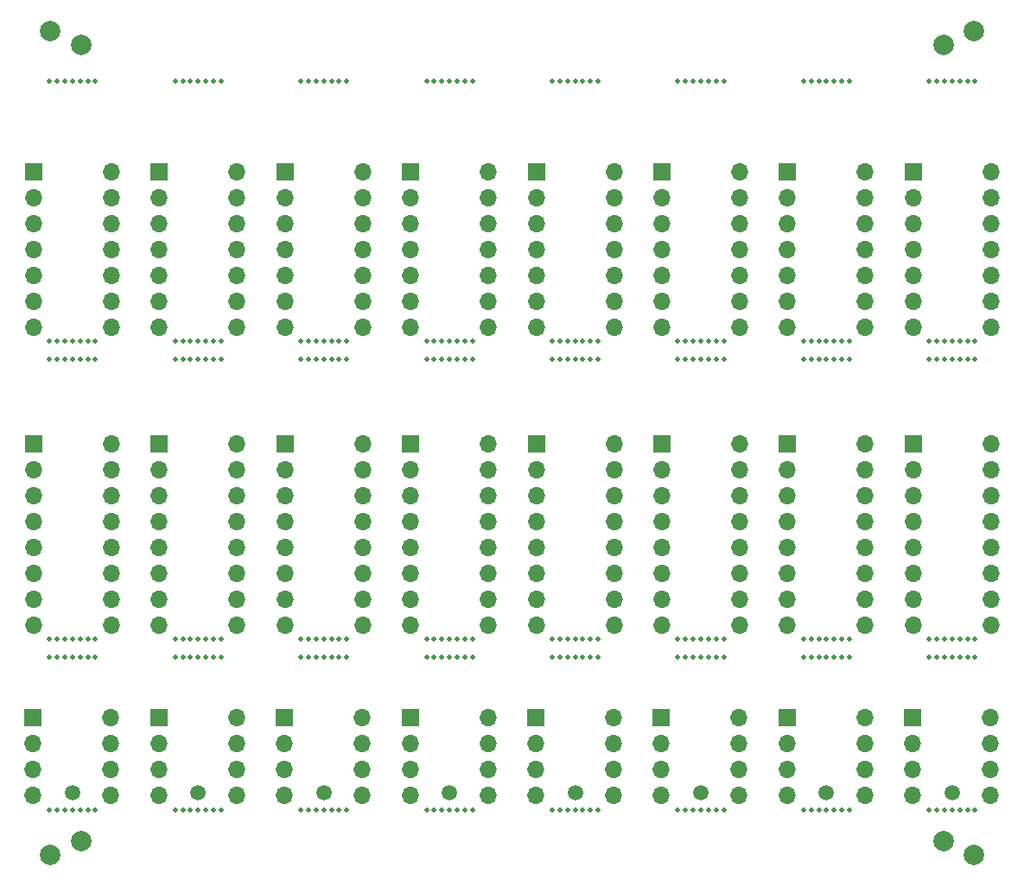
<source format=gbs>
%TF.GenerationSoftware,KiCad,Pcbnew,8.0.5*%
%TF.CreationDate,2024-12-01T20:09:50-08:00*%
%TF.ProjectId,tssop,7473736f-702e-46b6-9963-61645f706362,rev?*%
%TF.SameCoordinates,Original*%
%TF.FileFunction,Soldermask,Bot*%
%TF.FilePolarity,Negative*%
%FSLAX46Y46*%
G04 Gerber Fmt 4.6, Leading zero omitted, Abs format (unit mm)*
G04 Created by KiCad (PCBNEW 8.0.5) date 2024-12-01 20:09:50*
%MOMM*%
%LPD*%
G01*
G04 APERTURE LIST*
%ADD10C,0.500000*%
%ADD11C,1.500000*%
%ADD12O,1.700000X1.700000*%
%ADD13C,2.000000*%
%ADD14R,1.700000X1.700000*%
G04 APERTURE END LIST*
D10*
%TO.C,KiKit_MB_41_8*%
X129780678Y-121334366D03*
%TD*%
%TO.C,KiKit_MB_21_6*%
X91343445Y-104582813D03*
%TD*%
%TO.C,KiKit_MB_34_6*%
X115968271Y-77126400D03*
%TD*%
%TO.C,KiKit_MB_28_10*%
X106655858Y-77126400D03*
%TD*%
D11*
%TO.C,J17*%
X104408405Y-119662813D03*
%TD*%
D10*
%TO.C,KiKit_MB_28_6*%
X103655858Y-77126400D03*
%TD*%
%TO.C,KiKit_MB_14_7*%
X79781026Y-49875000D03*
%TD*%
D12*
%TO.C,J14*%
X108167605Y-112246013D03*
X108167605Y-114786013D03*
X108167605Y-117326013D03*
X108167605Y-119866013D03*
%TD*%
D10*
%TO.C,KiKit_MB_40_6*%
X128280684Y-77126400D03*
%TD*%
%TO.C,KiKit_MB_42_10*%
X131280678Y-106332813D03*
%TD*%
D12*
%TO.C,J12*%
X120528218Y-103207647D03*
X120528218Y-100667647D03*
X120528218Y-98127647D03*
X120528218Y-95587647D03*
X120528218Y-93047647D03*
X120528218Y-90507647D03*
X120528218Y-87967647D03*
X120528218Y-85427647D03*
%TD*%
D11*
%TO.C,J17*%
X55158753Y-119662813D03*
%TD*%
D10*
%TO.C,KiKit_MB_21_10*%
X94343445Y-104582813D03*
%TD*%
%TO.C,KiKit_MB_29_7*%
X104405852Y-121334366D03*
%TD*%
%TO.C,KiKit_MB_32_5*%
X115218265Y-49875000D03*
%TD*%
%TO.C,KiKit_MB_31_6*%
X115968265Y-75376400D03*
%TD*%
%TO.C,KiKit_MB_19_4*%
X89843439Y-75376400D03*
%TD*%
%TO.C,KiKit_MB_12_7*%
X67468613Y-106332813D03*
%TD*%
%TO.C,KiKit_MB_34_5*%
X115218271Y-77126400D03*
%TD*%
D13*
%TO.C,KiKit_TO_1*%
X52999953Y-45000000D03*
%TD*%
D10*
%TO.C,KiKit_MB_18_4*%
X77531026Y-106332813D03*
%TD*%
%TO.C,KiKit_MB_25_10*%
X106655852Y-75376400D03*
%TD*%
%TO.C,KiKit_MB_39_9*%
X130530684Y-104582813D03*
%TD*%
%TO.C,KiKit_MB_31_5*%
X115218265Y-75376400D03*
%TD*%
%TO.C,KiKit_MB_7_8*%
X68218613Y-75376400D03*
%TD*%
%TO.C,KiKit_MB_5_10*%
X57406200Y-121334366D03*
%TD*%
%TO.C,KiKit_MB_14_10*%
X82031026Y-49875000D03*
%TD*%
%TO.C,KiKit_MB_22_8*%
X92843445Y-77126400D03*
%TD*%
%TO.C,KiKit_MB_12_4*%
X65218613Y-106332813D03*
%TD*%
%TO.C,KiKit_MB_25_7*%
X104405852Y-75376400D03*
%TD*%
%TO.C,KiKit_MB_24_9*%
X93593439Y-106332813D03*
%TD*%
%TO.C,KiKit_MB_21_7*%
X92093445Y-104582813D03*
%TD*%
%TO.C,KiKit_MB_38_9*%
X130530678Y-49875000D03*
%TD*%
%TO.C,KiKit_MB_29_9*%
X105905852Y-121334366D03*
%TD*%
%TO.C,KiKit_MB_48_10*%
X143593091Y-106332813D03*
%TD*%
%TO.C,KiKit_MB_16_8*%
X80531032Y-77126400D03*
%TD*%
%TO.C,KiKit_MB_45_5*%
X139843097Y-104582813D03*
%TD*%
%TO.C,KiKit_MB_19_6*%
X91343439Y-75376400D03*
%TD*%
D12*
%TO.C,J10*%
X58966100Y-74000447D03*
X58966100Y-71460447D03*
X58966100Y-68920447D03*
X58966100Y-66380447D03*
X58966100Y-63840447D03*
X58966100Y-61300447D03*
X58966100Y-58760447D03*
%TD*%
D14*
%TO.C,J11*%
X137532991Y-58760447D03*
D12*
X137532991Y-61300447D03*
X137532991Y-63840447D03*
X137532991Y-66380447D03*
X137532991Y-68920447D03*
X137532991Y-71460447D03*
X137532991Y-74000447D03*
%TD*%
D10*
%TO.C,KiKit_MB_37_5*%
X127530678Y-75376400D03*
%TD*%
%TO.C,KiKit_MB_8_5*%
X65968613Y-49875000D03*
%TD*%
%TO.C,KiKit_MB_42_5*%
X127530678Y-106332813D03*
%TD*%
D12*
%TO.C,J12*%
X58966153Y-103207647D03*
X58966153Y-100667647D03*
X58966153Y-98127647D03*
X58966153Y-95587647D03*
X58966153Y-93047647D03*
X58966153Y-90507647D03*
X58966153Y-87967647D03*
X58966153Y-85427647D03*
%TD*%
D10*
%TO.C,KiKit_MB_11_9*%
X68968613Y-121334366D03*
%TD*%
%TO.C,KiKit_MB_44_7*%
X141343091Y-49875000D03*
%TD*%
%TO.C,KiKit_MB_32_9*%
X118218265Y-49875000D03*
%TD*%
%TO.C,KiKit_MB_1_7*%
X55156200Y-75376400D03*
%TD*%
%TO.C,KiKit_MB_31_8*%
X117468265Y-75376400D03*
%TD*%
%TO.C,KiKit_MB_28_9*%
X105905858Y-77126400D03*
%TD*%
%TO.C,KiKit_MB_48_8*%
X142093091Y-106332813D03*
%TD*%
%TO.C,KiKit_MB_46_9*%
X142843097Y-77126400D03*
%TD*%
%TO.C,KiKit_MB_35_9*%
X118218265Y-121334366D03*
%TD*%
%TO.C,KiKit_MB_13_8*%
X80531026Y-75376400D03*
%TD*%
%TO.C,KiKit_MB_10_9*%
X68968619Y-77126400D03*
%TD*%
%TO.C,KiKit_MB_36_6*%
X115968265Y-106332813D03*
%TD*%
%TO.C,KiKit_MB_35_4*%
X114468265Y-121334366D03*
%TD*%
%TO.C,KiKit_MB_31_10*%
X118968265Y-75376400D03*
%TD*%
%TO.C,KiKit_MB_37_6*%
X128280678Y-75376400D03*
%TD*%
D12*
%TO.C,J12*%
X95903392Y-103207647D03*
X95903392Y-100667647D03*
X95903392Y-98127647D03*
X95903392Y-95587647D03*
X95903392Y-93047647D03*
X95903392Y-90507647D03*
X95903392Y-87967647D03*
X95903392Y-85427647D03*
%TD*%
D10*
%TO.C,KiKit_MB_8_6*%
X66718613Y-49875000D03*
%TD*%
%TO.C,KiKit_MB_8_10*%
X69718613Y-49875000D03*
%TD*%
%TO.C,KiKit_MB_39_5*%
X127530684Y-104582813D03*
%TD*%
%TO.C,KiKit_MB_8_9*%
X68968613Y-49875000D03*
%TD*%
%TO.C,KiKit_MB_41_4*%
X126780678Y-121334366D03*
%TD*%
%TO.C,KiKit_MB_9_10*%
X69718619Y-104582813D03*
%TD*%
%TO.C,KiKit_MB_22_10*%
X94343445Y-77126400D03*
%TD*%
%TO.C,KiKit_MB_43_7*%
X141343091Y-75376400D03*
%TD*%
D12*
%TO.C,J14*%
X145104844Y-112246013D03*
X145104844Y-114786013D03*
X145104844Y-117326013D03*
X145104844Y-119866013D03*
%TD*%
D10*
%TO.C,KiKit_MB_14_9*%
X81281026Y-49875000D03*
%TD*%
%TO.C,KiKit_MB_5_6*%
X54406200Y-121334366D03*
%TD*%
%TO.C,KiKit_MB_11_8*%
X68218613Y-121334366D03*
%TD*%
%TO.C,KiKit_MB_13_4*%
X77531026Y-75376400D03*
%TD*%
%TO.C,KiKit_MB_20_4*%
X89843439Y-49875000D03*
%TD*%
%TO.C,KiKit_MB_19_10*%
X94343439Y-75376400D03*
%TD*%
%TO.C,KiKit_MB_10_4*%
X65218619Y-77126400D03*
%TD*%
%TO.C,KiKit_MB_10_7*%
X67468619Y-77126400D03*
%TD*%
%TO.C,KiKit_MB_28_8*%
X105155858Y-77126400D03*
%TD*%
%TO.C,KiKit_MB_27_6*%
X103655858Y-104582813D03*
%TD*%
%TO.C,KiKit_MB_33_6*%
X115968271Y-104582813D03*
%TD*%
%TO.C,KiKit_MB_40_7*%
X129030684Y-77126400D03*
%TD*%
%TO.C,KiKit_MB_7_9*%
X68968613Y-75376400D03*
%TD*%
D14*
%TO.C,J13*%
X63658566Y-85427647D03*
D12*
X63658566Y-87967647D03*
X63658566Y-90507647D03*
X63658566Y-93047647D03*
X63658566Y-95587647D03*
X63658566Y-98127647D03*
X63658566Y-100667647D03*
X63658566Y-103207647D03*
%TD*%
D10*
%TO.C,KiKit_MB_22_9*%
X93593445Y-77126400D03*
%TD*%
%TO.C,KiKit_MB_33_9*%
X118218271Y-104582813D03*
%TD*%
%TO.C,KiKit_MB_37_10*%
X131280678Y-75376400D03*
%TD*%
%TO.C,KiKit_MB_25_6*%
X103655852Y-75376400D03*
%TD*%
%TO.C,KiKit_MB_29_8*%
X105155852Y-121334366D03*
%TD*%
%TO.C,KiKit_MB_47_6*%
X140593091Y-121334366D03*
%TD*%
%TO.C,KiKit_MB_22_5*%
X90593445Y-77126400D03*
%TD*%
%TO.C,KiKit_MB_12_6*%
X66718613Y-106332813D03*
%TD*%
D11*
%TO.C,J17*%
X67471166Y-119662813D03*
%TD*%
D10*
%TO.C,KiKit_MB_16_6*%
X79031032Y-77126400D03*
%TD*%
%TO.C,KiKit_MB_3_7*%
X55156206Y-104582813D03*
%TD*%
%TO.C,KiKit_MB_27_5*%
X102905858Y-104582813D03*
%TD*%
%TO.C,KiKit_MB_23_7*%
X92093439Y-121334366D03*
%TD*%
%TO.C,KiKit_MB_38_6*%
X128280678Y-49875000D03*
%TD*%
%TO.C,KiKit_MB_22_4*%
X89843445Y-77126400D03*
%TD*%
%TO.C,KiKit_MB_5_8*%
X55906200Y-121334366D03*
%TD*%
%TO.C,KiKit_MB_10_10*%
X69718619Y-77126400D03*
%TD*%
%TO.C,KiKit_MB_41_6*%
X128280678Y-121334366D03*
%TD*%
D12*
%TO.C,J10*%
X132840578Y-74000447D03*
X132840578Y-71460447D03*
X132840578Y-68920447D03*
X132840578Y-66380447D03*
X132840578Y-63840447D03*
X132840578Y-61300447D03*
X132840578Y-58760447D03*
%TD*%
D10*
%TO.C,KiKit_MB_39_10*%
X131280684Y-104582813D03*
%TD*%
D14*
%TO.C,J11*%
X125220578Y-58760447D03*
D12*
X125220578Y-61300447D03*
X125220578Y-63840447D03*
X125220578Y-66380447D03*
X125220578Y-68920447D03*
X125220578Y-71460447D03*
X125220578Y-74000447D03*
%TD*%
D10*
%TO.C,KiKit_MB_25_5*%
X102905852Y-75376400D03*
%TD*%
%TO.C,KiKit_MB_47_10*%
X143593091Y-121334366D03*
%TD*%
%TO.C,KiKit_MB_27_10*%
X106655858Y-104582813D03*
%TD*%
%TO.C,KiKit_MB_27_4*%
X102155858Y-104582813D03*
%TD*%
%TO.C,KiKit_MB_14_4*%
X77531026Y-49875000D03*
%TD*%
%TO.C,KiKit_MB_2_7*%
X55156200Y-49875000D03*
%TD*%
%TO.C,KiKit_MB_17_4*%
X77531026Y-121334366D03*
%TD*%
%TO.C,KiKit_MB_17_9*%
X81281026Y-121334366D03*
%TD*%
%TO.C,KiKit_MB_26_9*%
X105905852Y-49875000D03*
%TD*%
D12*
%TO.C,J14*%
X95855192Y-112246013D03*
X95855192Y-114786013D03*
X95855192Y-117326013D03*
X95855192Y-119866013D03*
%TD*%
D10*
%TO.C,KiKit_MB_28_7*%
X104405858Y-77126400D03*
%TD*%
%TO.C,KiKit_MB_4_8*%
X55906206Y-77126400D03*
%TD*%
%TO.C,KiKit_MB_9_4*%
X65218619Y-104582813D03*
%TD*%
D12*
%TO.C,J14*%
X71230366Y-112246013D03*
X71230366Y-114786013D03*
X71230366Y-117326013D03*
X71230366Y-119866013D03*
%TD*%
D14*
%TO.C,J13*%
X75970979Y-85427647D03*
D12*
X75970979Y-87967647D03*
X75970979Y-90507647D03*
X75970979Y-93047647D03*
X75970979Y-95587647D03*
X75970979Y-98127647D03*
X75970979Y-100667647D03*
X75970979Y-103207647D03*
%TD*%
D10*
%TO.C,KiKit_MB_1_9*%
X56656200Y-75376400D03*
%TD*%
%TO.C,KiKit_MB_15_4*%
X77531032Y-104582813D03*
%TD*%
%TO.C,KiKit_MB_40_4*%
X126780684Y-77126400D03*
%TD*%
%TO.C,KiKit_MB_24_4*%
X89843439Y-106332813D03*
%TD*%
%TO.C,KiKit_MB_32_4*%
X114468265Y-49875000D03*
%TD*%
%TO.C,KiKit_MB_31_9*%
X118218265Y-75376400D03*
%TD*%
%TO.C,KiKit_MB_3_10*%
X57406206Y-104582813D03*
%TD*%
%TO.C,KiKit_MB_48_4*%
X139093091Y-106332813D03*
%TD*%
%TO.C,KiKit_MB_12_10*%
X69718613Y-106332813D03*
%TD*%
%TO.C,KiKit_MB_29_10*%
X106655852Y-121334366D03*
%TD*%
%TO.C,KiKit_MB_6_4*%
X52906200Y-106332813D03*
%TD*%
%TO.C,KiKit_MB_39_6*%
X128280684Y-104582813D03*
%TD*%
%TO.C,KiKit_MB_30_10*%
X106655852Y-106332813D03*
%TD*%
%TO.C,KiKit_MB_12_5*%
X65968613Y-106332813D03*
%TD*%
D14*
%TO.C,J11*%
X100595752Y-58760447D03*
D12*
X100595752Y-61300447D03*
X100595752Y-63840447D03*
X100595752Y-66380447D03*
X100595752Y-68920447D03*
X100595752Y-71460447D03*
X100595752Y-74000447D03*
%TD*%
D10*
%TO.C,KiKit_MB_18_8*%
X80531026Y-106332813D03*
%TD*%
%TO.C,KiKit_MB_44_9*%
X142843091Y-49875000D03*
%TD*%
%TO.C,KiKit_MB_20_5*%
X90593439Y-49875000D03*
%TD*%
%TO.C,KiKit_MB_4_6*%
X54406206Y-77126400D03*
%TD*%
%TO.C,KiKit_MB_4_5*%
X53656206Y-77126400D03*
%TD*%
D11*
%TO.C,J17*%
X141345644Y-119662813D03*
%TD*%
D10*
%TO.C,KiKit_MB_25_8*%
X105155852Y-75376400D03*
%TD*%
D14*
%TO.C,J15*%
X63610366Y-112246013D03*
D12*
X63610366Y-114786013D03*
X63610366Y-117326013D03*
X63610366Y-119866013D03*
%TD*%
D10*
%TO.C,KiKit_MB_4_7*%
X55156206Y-77126400D03*
%TD*%
%TO.C,KiKit_MB_6_5*%
X53656200Y-106332813D03*
%TD*%
%TO.C,KiKit_MB_13_7*%
X79781026Y-75376400D03*
%TD*%
D14*
%TO.C,J11*%
X112908165Y-58760447D03*
D12*
X112908165Y-61300447D03*
X112908165Y-63840447D03*
X112908165Y-66380447D03*
X112908165Y-68920447D03*
X112908165Y-71460447D03*
X112908165Y-74000447D03*
%TD*%
D10*
%TO.C,KiKit_MB_34_8*%
X117468271Y-77126400D03*
%TD*%
%TO.C,KiKit_MB_35_5*%
X115218265Y-121334366D03*
%TD*%
%TO.C,KiKit_MB_33_8*%
X117468271Y-104582813D03*
%TD*%
%TO.C,KiKit_MB_12_9*%
X68968613Y-106332813D03*
%TD*%
D14*
%TO.C,J13*%
X100595805Y-85427647D03*
D12*
X100595805Y-87967647D03*
X100595805Y-90507647D03*
X100595805Y-93047647D03*
X100595805Y-95587647D03*
X100595805Y-98127647D03*
X100595805Y-100667647D03*
X100595805Y-103207647D03*
%TD*%
D10*
%TO.C,KiKit_MB_36_10*%
X118968265Y-106332813D03*
%TD*%
%TO.C,KiKit_MB_9_6*%
X66718619Y-104582813D03*
%TD*%
%TO.C,KiKit_MB_2_8*%
X55906200Y-49875000D03*
%TD*%
%TO.C,KiKit_MB_30_6*%
X103655852Y-106332813D03*
%TD*%
%TO.C,KiKit_MB_3_4*%
X52906206Y-104582813D03*
%TD*%
%TO.C,KiKit_MB_10_8*%
X68218619Y-77126400D03*
%TD*%
%TO.C,KiKit_MB_24_7*%
X92093439Y-106332813D03*
%TD*%
%TO.C,KiKit_MB_23_4*%
X89843439Y-121334366D03*
%TD*%
%TO.C,KiKit_MB_31_7*%
X116718265Y-75376400D03*
%TD*%
%TO.C,KiKit_MB_14_8*%
X80531026Y-49875000D03*
%TD*%
%TO.C,KiKit_MB_5_7*%
X55156200Y-121334366D03*
%TD*%
%TO.C,KiKit_MB_1_4*%
X52906200Y-75376400D03*
%TD*%
%TO.C,KiKit_MB_44_4*%
X139093091Y-49875000D03*
%TD*%
D12*
%TO.C,J10*%
X145152991Y-74000447D03*
X145152991Y-71460447D03*
X145152991Y-68920447D03*
X145152991Y-66380447D03*
X145152991Y-63840447D03*
X145152991Y-61300447D03*
X145152991Y-58760447D03*
%TD*%
D10*
%TO.C,KiKit_MB_4_4*%
X52906206Y-77126400D03*
%TD*%
%TO.C,KiKit_MB_18_6*%
X79031026Y-106332813D03*
%TD*%
%TO.C,KiKit_MB_23_6*%
X91343439Y-121334366D03*
%TD*%
%TO.C,KiKit_MB_16_10*%
X82031032Y-77126400D03*
%TD*%
%TO.C,KiKit_MB_3_8*%
X55906206Y-104582813D03*
%TD*%
%TO.C,KiKit_MB_26_6*%
X103655852Y-49875000D03*
%TD*%
%TO.C,KiKit_MB_11_5*%
X65968613Y-121334366D03*
%TD*%
%TO.C,KiKit_MB_32_6*%
X115968265Y-49875000D03*
%TD*%
%TO.C,KiKit_MB_19_8*%
X92843439Y-75376400D03*
%TD*%
%TO.C,KiKit_MB_43_9*%
X142843091Y-75376400D03*
%TD*%
%TO.C,KiKit_MB_36_5*%
X115218265Y-106332813D03*
%TD*%
%TO.C,KiKit_MB_42_7*%
X129030678Y-106332813D03*
%TD*%
%TO.C,KiKit_MB_3_5*%
X53656206Y-104582813D03*
%TD*%
D14*
%TO.C,J13*%
X125220631Y-85427647D03*
D12*
X125220631Y-87967647D03*
X125220631Y-90507647D03*
X125220631Y-93047647D03*
X125220631Y-95587647D03*
X125220631Y-98127647D03*
X125220631Y-100667647D03*
X125220631Y-103207647D03*
%TD*%
D14*
%TO.C,J15*%
X75922779Y-112246013D03*
D12*
X75922779Y-114786013D03*
X75922779Y-117326013D03*
X75922779Y-119866013D03*
%TD*%
D14*
%TO.C,J13*%
X51346153Y-85427647D03*
D12*
X51346153Y-87967647D03*
X51346153Y-90507647D03*
X51346153Y-93047647D03*
X51346153Y-95587647D03*
X51346153Y-98127647D03*
X51346153Y-100667647D03*
X51346153Y-103207647D03*
%TD*%
D10*
%TO.C,KiKit_MB_26_5*%
X102905852Y-49875000D03*
%TD*%
%TO.C,KiKit_MB_35_10*%
X118968265Y-121334366D03*
%TD*%
%TO.C,KiKit_MB_27_8*%
X105155858Y-104582813D03*
%TD*%
%TO.C,KiKit_MB_33_7*%
X116718271Y-104582813D03*
%TD*%
%TO.C,KiKit_MB_42_4*%
X126780678Y-106332813D03*
%TD*%
%TO.C,KiKit_MB_5_5*%
X53656200Y-121334366D03*
%TD*%
%TO.C,KiKit_MB_17_7*%
X79781026Y-121334366D03*
%TD*%
%TO.C,KiKit_MB_36_4*%
X114468265Y-106332813D03*
%TD*%
D11*
%TO.C,J17*%
X92095992Y-119662813D03*
%TD*%
D12*
%TO.C,J10*%
X83590926Y-74000447D03*
X83590926Y-71460447D03*
X83590926Y-68920447D03*
X83590926Y-66380447D03*
X83590926Y-63840447D03*
X83590926Y-61300447D03*
X83590926Y-58760447D03*
%TD*%
D10*
%TO.C,KiKit_MB_14_5*%
X78281026Y-49875000D03*
%TD*%
D14*
%TO.C,J15*%
X137484844Y-112246013D03*
D12*
X137484844Y-114786013D03*
X137484844Y-117326013D03*
X137484844Y-119866013D03*
%TD*%
D10*
%TO.C,KiKit_MB_20_7*%
X92093439Y-49875000D03*
%TD*%
%TO.C,KiKit_MB_7_4*%
X65218613Y-75376400D03*
%TD*%
%TO.C,KiKit_MB_37_9*%
X130530678Y-75376400D03*
%TD*%
D12*
%TO.C,J14*%
X132792431Y-112246013D03*
X132792431Y-114786013D03*
X132792431Y-117326013D03*
X132792431Y-119866013D03*
%TD*%
D10*
%TO.C,KiKit_MB_39_8*%
X129780684Y-104582813D03*
%TD*%
D14*
%TO.C,J11*%
X63658513Y-58760447D03*
D12*
X63658513Y-61300447D03*
X63658513Y-63840447D03*
X63658513Y-66380447D03*
X63658513Y-68920447D03*
X63658513Y-71460447D03*
X63658513Y-74000447D03*
%TD*%
D10*
%TO.C,KiKit_MB_30_8*%
X105155852Y-106332813D03*
%TD*%
%TO.C,KiKit_MB_33_4*%
X114468271Y-104582813D03*
%TD*%
%TO.C,KiKit_MB_5_9*%
X56656200Y-121334366D03*
%TD*%
%TO.C,KiKit_MB_10_6*%
X66718619Y-77126400D03*
%TD*%
%TO.C,KiKit_MB_36_8*%
X117468265Y-106332813D03*
%TD*%
%TO.C,KiKit_MB_24_5*%
X90593439Y-106332813D03*
%TD*%
%TO.C,KiKit_MB_27_7*%
X104405858Y-104582813D03*
%TD*%
%TO.C,KiKit_MB_15_6*%
X79031032Y-104582813D03*
%TD*%
%TO.C,KiKit_MB_4_9*%
X56656206Y-77126400D03*
%TD*%
%TO.C,KiKit_MB_34_4*%
X114468271Y-77126400D03*
%TD*%
%TO.C,KiKit_MB_3_9*%
X56656206Y-104582813D03*
%TD*%
%TO.C,KiKit_MB_15_9*%
X81281032Y-104582813D03*
%TD*%
D12*
%TO.C,J12*%
X71278566Y-103207647D03*
X71278566Y-100667647D03*
X71278566Y-98127647D03*
X71278566Y-95587647D03*
X71278566Y-93047647D03*
X71278566Y-90507647D03*
X71278566Y-87967647D03*
X71278566Y-85427647D03*
%TD*%
D10*
%TO.C,KiKit_MB_47_8*%
X142093091Y-121334366D03*
%TD*%
D12*
%TO.C,J10*%
X108215752Y-74000447D03*
X108215752Y-71460447D03*
X108215752Y-68920447D03*
X108215752Y-66380447D03*
X108215752Y-63840447D03*
X108215752Y-61300447D03*
X108215752Y-58760447D03*
%TD*%
%TO.C,J10*%
X95903339Y-74000447D03*
X95903339Y-71460447D03*
X95903339Y-68920447D03*
X95903339Y-66380447D03*
X95903339Y-63840447D03*
X95903339Y-61300447D03*
X95903339Y-58760447D03*
%TD*%
D10*
%TO.C,KiKit_MB_21_5*%
X90593445Y-104582813D03*
%TD*%
%TO.C,KiKit_MB_16_5*%
X78281032Y-77126400D03*
%TD*%
%TO.C,KiKit_MB_40_9*%
X130530684Y-77126400D03*
%TD*%
%TO.C,KiKit_MB_6_9*%
X56656200Y-106332813D03*
%TD*%
%TO.C,KiKit_MB_46_4*%
X139093097Y-77126400D03*
%TD*%
%TO.C,KiKit_MB_4_10*%
X57406206Y-77126400D03*
%TD*%
%TO.C,KiKit_MB_38_7*%
X129030678Y-49875000D03*
%TD*%
%TO.C,KiKit_MB_6_10*%
X57406200Y-106332813D03*
%TD*%
%TO.C,KiKit_MB_32_7*%
X116718265Y-49875000D03*
%TD*%
%TO.C,KiKit_MB_13_6*%
X79031026Y-75376400D03*
%TD*%
%TO.C,KiKit_MB_30_5*%
X102905852Y-106332813D03*
%TD*%
%TO.C,KiKit_MB_44_5*%
X139843091Y-49875000D03*
%TD*%
%TO.C,KiKit_MB_21_8*%
X92843445Y-104582813D03*
%TD*%
%TO.C,KiKit_MB_35_7*%
X116718265Y-121334366D03*
%TD*%
%TO.C,KiKit_MB_1_8*%
X55906200Y-75376400D03*
%TD*%
D14*
%TO.C,J15*%
X51297953Y-112246013D03*
D12*
X51297953Y-114786013D03*
X51297953Y-117326013D03*
X51297953Y-119866013D03*
%TD*%
D10*
%TO.C,KiKit_MB_21_4*%
X89843445Y-104582813D03*
%TD*%
%TO.C,KiKit_MB_16_9*%
X81281032Y-77126400D03*
%TD*%
%TO.C,KiKit_MB_28_4*%
X102155858Y-77126400D03*
%TD*%
%TO.C,KiKit_MB_48_5*%
X139843091Y-106332813D03*
%TD*%
%TO.C,KiKit_MB_13_9*%
X81281026Y-75376400D03*
%TD*%
%TO.C,KiKit_MB_2_9*%
X56656200Y-49875000D03*
%TD*%
%TO.C,KiKit_MB_23_8*%
X92843439Y-121334366D03*
%TD*%
D14*
%TO.C,J15*%
X100547605Y-112246013D03*
D12*
X100547605Y-114786013D03*
X100547605Y-117326013D03*
X100547605Y-119866013D03*
%TD*%
D10*
%TO.C,KiKit_MB_9_8*%
X68218619Y-104582813D03*
%TD*%
%TO.C,KiKit_MB_11_4*%
X65218613Y-121334366D03*
%TD*%
D12*
%TO.C,J12*%
X145153044Y-103207647D03*
X145153044Y-100667647D03*
X145153044Y-98127647D03*
X145153044Y-95587647D03*
X145153044Y-93047647D03*
X145153044Y-90507647D03*
X145153044Y-87967647D03*
X145153044Y-85427647D03*
%TD*%
D10*
%TO.C,KiKit_MB_26_4*%
X102155852Y-49875000D03*
%TD*%
%TO.C,KiKit_MB_45_7*%
X141343097Y-104582813D03*
%TD*%
%TO.C,KiKit_MB_16_7*%
X79781032Y-77126400D03*
%TD*%
%TO.C,KiKit_MB_47_5*%
X139843091Y-121334366D03*
%TD*%
D12*
%TO.C,J10*%
X71278513Y-74000447D03*
X71278513Y-71460447D03*
X71278513Y-68920447D03*
X71278513Y-66380447D03*
X71278513Y-63840447D03*
X71278513Y-61300447D03*
X71278513Y-58760447D03*
%TD*%
D10*
%TO.C,KiKit_MB_5_4*%
X52906200Y-121334366D03*
%TD*%
%TO.C,KiKit_MB_41_10*%
X131280678Y-121334366D03*
%TD*%
%TO.C,KiKit_MB_8_7*%
X67468613Y-49875000D03*
%TD*%
D14*
%TO.C,J15*%
X125172431Y-112246013D03*
D12*
X125172431Y-114786013D03*
X125172431Y-117326013D03*
X125172431Y-119866013D03*
%TD*%
D10*
%TO.C,KiKit_MB_20_10*%
X94343439Y-49875000D03*
%TD*%
%TO.C,KiKit_MB_17_8*%
X80531026Y-121334366D03*
%TD*%
%TO.C,KiKit_MB_37_8*%
X129780678Y-75376400D03*
%TD*%
D14*
%TO.C,J11*%
X51346100Y-58760447D03*
D12*
X51346100Y-61300447D03*
X51346100Y-63840447D03*
X51346100Y-66380447D03*
X51346100Y-68920447D03*
X51346100Y-71460447D03*
X51346100Y-74000447D03*
%TD*%
D10*
%TO.C,KiKit_MB_20_6*%
X91343439Y-49875000D03*
%TD*%
%TO.C,KiKit_MB_15_10*%
X82031032Y-104582813D03*
%TD*%
%TO.C,KiKit_MB_9_5*%
X65968619Y-104582813D03*
%TD*%
%TO.C,KiKit_MB_46_5*%
X139843097Y-77126400D03*
%TD*%
%TO.C,KiKit_MB_17_5*%
X78281026Y-121334366D03*
%TD*%
%TO.C,KiKit_MB_13_5*%
X78281026Y-75376400D03*
%TD*%
%TO.C,KiKit_MB_6_6*%
X54406200Y-106332813D03*
%TD*%
%TO.C,KiKit_MB_38_4*%
X126780678Y-49875000D03*
%TD*%
D11*
%TO.C,J17*%
X116720818Y-119662813D03*
%TD*%
D13*
%TO.C,KiKit_TO_2*%
X143499304Y-45000000D03*
%TD*%
D10*
%TO.C,KiKit_MB_9_9*%
X68968619Y-104582813D03*
%TD*%
%TO.C,KiKit_MB_40_5*%
X127530684Y-77126400D03*
%TD*%
%TO.C,KiKit_MB_28_5*%
X102905858Y-77126400D03*
%TD*%
%TO.C,KiKit_MB_7_10*%
X69718613Y-75376400D03*
%TD*%
%TO.C,KiKit_MB_1_6*%
X54406200Y-75376400D03*
%TD*%
D12*
%TO.C,J14*%
X120480018Y-112246013D03*
X120480018Y-114786013D03*
X120480018Y-117326013D03*
X120480018Y-119866013D03*
%TD*%
D10*
%TO.C,KiKit_MB_11_6*%
X66718613Y-121334366D03*
%TD*%
%TO.C,KiKit_MB_26_8*%
X105155852Y-49875000D03*
%TD*%
%TO.C,KiKit_MB_7_5*%
X65968613Y-75376400D03*
%TD*%
%TO.C,KiKit_MB_24_10*%
X94343439Y-106332813D03*
%TD*%
%TO.C,KiKit_MB_37_7*%
X129030678Y-75376400D03*
%TD*%
%TO.C,KiKit_MB_44_10*%
X143593091Y-49875000D03*
%TD*%
%TO.C,KiKit_MB_35_8*%
X117468265Y-121334366D03*
%TD*%
%TO.C,KiKit_MB_15_8*%
X80531032Y-104582813D03*
%TD*%
%TO.C,KiKit_MB_32_10*%
X118968265Y-49875000D03*
%TD*%
%TO.C,KiKit_MB_33_10*%
X118968271Y-104582813D03*
%TD*%
%TO.C,KiKit_MB_45_8*%
X142093097Y-104582813D03*
%TD*%
%TO.C,KiKit_MB_43_10*%
X143593091Y-75376400D03*
%TD*%
%TO.C,KiKit_MB_41_9*%
X130530678Y-121334366D03*
%TD*%
%TO.C,KiKit_MB_25_9*%
X105905852Y-75376400D03*
%TD*%
%TO.C,KiKit_MB_39_7*%
X129030684Y-104582813D03*
%TD*%
%TO.C,KiKit_MB_19_5*%
X90593439Y-75376400D03*
%TD*%
%TO.C,KiKit_MB_17_10*%
X82031026Y-121334366D03*
%TD*%
%TO.C,KiKit_MB_18_5*%
X78281026Y-106332813D03*
%TD*%
%TO.C,KiKit_MB_35_6*%
X115968265Y-121334366D03*
%TD*%
%TO.C,KiKit_MB_6_7*%
X55156200Y-106332813D03*
%TD*%
%TO.C,KiKit_MB_40_8*%
X129780684Y-77126400D03*
%TD*%
D12*
%TO.C,J10*%
X120528165Y-74000447D03*
X120528165Y-71460447D03*
X120528165Y-68920447D03*
X120528165Y-66380447D03*
X120528165Y-63840447D03*
X120528165Y-61300447D03*
X120528165Y-58760447D03*
%TD*%
%TO.C,J14*%
X58917953Y-112246013D03*
X58917953Y-114786013D03*
X58917953Y-117326013D03*
X58917953Y-119866013D03*
%TD*%
D10*
%TO.C,KiKit_MB_29_4*%
X102155852Y-121334366D03*
%TD*%
%TO.C,KiKit_MB_41_5*%
X127530678Y-121334366D03*
%TD*%
%TO.C,KiKit_MB_30_9*%
X105905852Y-106332813D03*
%TD*%
%TO.C,KiKit_MB_2_6*%
X54406200Y-49875000D03*
%TD*%
%TO.C,KiKit_MB_11_10*%
X69718613Y-121334366D03*
%TD*%
D11*
%TO.C,J17*%
X129033231Y-119662813D03*
%TD*%
D10*
%TO.C,KiKit_MB_31_4*%
X114468265Y-75376400D03*
%TD*%
D13*
%TO.C,KiKit_TO_3*%
X52999953Y-125709366D03*
%TD*%
D14*
%TO.C,J13*%
X88283392Y-85427647D03*
D12*
X88283392Y-87967647D03*
X88283392Y-90507647D03*
X88283392Y-93047647D03*
X88283392Y-95587647D03*
X88283392Y-98127647D03*
X88283392Y-100667647D03*
X88283392Y-103207647D03*
%TD*%
D10*
%TO.C,KiKit_MB_13_10*%
X82031026Y-75376400D03*
%TD*%
%TO.C,KiKit_MB_18_7*%
X79781026Y-106332813D03*
%TD*%
%TO.C,KiKit_MB_27_9*%
X105905858Y-104582813D03*
%TD*%
%TO.C,KiKit_MB_9_7*%
X67468619Y-104582813D03*
%TD*%
%TO.C,KiKit_MB_48_6*%
X140593091Y-106332813D03*
%TD*%
%TO.C,KiKit_MB_1_10*%
X57406200Y-75376400D03*
%TD*%
%TO.C,KiKit_MB_37_4*%
X126780678Y-75376400D03*
%TD*%
%TO.C,KiKit_MB_34_7*%
X116718271Y-77126400D03*
%TD*%
%TO.C,KiKit_MB_48_9*%
X142843091Y-106332813D03*
%TD*%
D12*
%TO.C,J12*%
X108215805Y-103207647D03*
X108215805Y-100667647D03*
X108215805Y-98127647D03*
X108215805Y-95587647D03*
X108215805Y-93047647D03*
X108215805Y-90507647D03*
X108215805Y-87967647D03*
X108215805Y-85427647D03*
%TD*%
D10*
%TO.C,KiKit_MB_24_6*%
X91343439Y-106332813D03*
%TD*%
%TO.C,KiKit_MB_16_4*%
X77531032Y-77126400D03*
%TD*%
%TO.C,KiKit_MB_8_8*%
X68218613Y-49875000D03*
%TD*%
%TO.C,KiKit_MB_47_7*%
X141343091Y-121334366D03*
%TD*%
%TO.C,KiKit_MB_10_5*%
X65968619Y-77126400D03*
%TD*%
%TO.C,KiKit_MB_34_10*%
X118968271Y-77126400D03*
%TD*%
%TO.C,KiKit_MB_47_9*%
X142843091Y-121334366D03*
%TD*%
%TO.C,KiKit_MB_47_4*%
X139093091Y-121334366D03*
%TD*%
%TO.C,KiKit_MB_1_5*%
X53656200Y-75376400D03*
%TD*%
%TO.C,KiKit_MB_40_10*%
X131280684Y-77126400D03*
%TD*%
%TO.C,KiKit_MB_2_5*%
X53656200Y-49875000D03*
%TD*%
%TO.C,KiKit_MB_42_8*%
X129780678Y-106332813D03*
%TD*%
%TO.C,KiKit_MB_24_8*%
X92843439Y-106332813D03*
%TD*%
%TO.C,KiKit_MB_43_6*%
X140593091Y-75376400D03*
%TD*%
%TO.C,KiKit_MB_33_5*%
X115218271Y-104582813D03*
%TD*%
%TO.C,KiKit_MB_36_9*%
X118218265Y-106332813D03*
%TD*%
%TO.C,KiKit_MB_30_7*%
X104405852Y-106332813D03*
%TD*%
%TO.C,KiKit_MB_45_10*%
X143593097Y-104582813D03*
%TD*%
%TO.C,KiKit_MB_45_9*%
X142843097Y-104582813D03*
%TD*%
D12*
%TO.C,J12*%
X83590979Y-103207647D03*
X83590979Y-100667647D03*
X83590979Y-98127647D03*
X83590979Y-95587647D03*
X83590979Y-93047647D03*
X83590979Y-90507647D03*
X83590979Y-87967647D03*
X83590979Y-85427647D03*
%TD*%
D10*
%TO.C,KiKit_MB_36_7*%
X116718265Y-106332813D03*
%TD*%
%TO.C,KiKit_MB_43_5*%
X139843091Y-75376400D03*
%TD*%
%TO.C,KiKit_MB_20_9*%
X93593439Y-49875000D03*
%TD*%
D12*
%TO.C,J14*%
X83542779Y-112246013D03*
X83542779Y-114786013D03*
X83542779Y-117326013D03*
X83542779Y-119866013D03*
%TD*%
D10*
%TO.C,KiKit_MB_30_4*%
X102155852Y-106332813D03*
%TD*%
%TO.C,KiKit_MB_18_10*%
X82031026Y-106332813D03*
%TD*%
%TO.C,KiKit_MB_11_7*%
X67468613Y-121334366D03*
%TD*%
%TO.C,KiKit_MB_44_6*%
X140593091Y-49875000D03*
%TD*%
%TO.C,KiKit_MB_41_7*%
X129030678Y-121334366D03*
%TD*%
%TO.C,KiKit_MB_43_8*%
X142093091Y-75376400D03*
%TD*%
%TO.C,KiKit_MB_21_9*%
X93593445Y-104582813D03*
%TD*%
D14*
%TO.C,J15*%
X112860018Y-112246013D03*
D12*
X112860018Y-114786013D03*
X112860018Y-117326013D03*
X112860018Y-119866013D03*
%TD*%
D10*
%TO.C,KiKit_MB_43_4*%
X139093091Y-75376400D03*
%TD*%
%TO.C,KiKit_MB_3_6*%
X54406206Y-104582813D03*
%TD*%
%TO.C,KiKit_MB_23_10*%
X94343439Y-121334366D03*
%TD*%
%TO.C,KiKit_MB_22_7*%
X92093445Y-77126400D03*
%TD*%
%TO.C,KiKit_MB_32_8*%
X117468265Y-49875000D03*
%TD*%
%TO.C,KiKit_MB_22_6*%
X91343445Y-77126400D03*
%TD*%
%TO.C,KiKit_MB_46_6*%
X140593097Y-77126400D03*
%TD*%
%TO.C,KiKit_MB_12_8*%
X68218613Y-106332813D03*
%TD*%
%TO.C,KiKit_MB_6_8*%
X55906200Y-106332813D03*
%TD*%
D14*
%TO.C,J15*%
X88235192Y-112246013D03*
D12*
X88235192Y-114786013D03*
X88235192Y-117326013D03*
X88235192Y-119866013D03*
%TD*%
D10*
%TO.C,KiKit_MB_2_10*%
X57406200Y-49875000D03*
%TD*%
%TO.C,KiKit_MB_38_8*%
X129780678Y-49875000D03*
%TD*%
%TO.C,KiKit_MB_23_9*%
X93593439Y-121334366D03*
%TD*%
%TO.C,KiKit_MB_48_7*%
X141343091Y-106332813D03*
%TD*%
%TO.C,KiKit_MB_23_5*%
X90593439Y-121334366D03*
%TD*%
%TO.C,KiKit_MB_42_9*%
X130530678Y-106332813D03*
%TD*%
D11*
%TO.C,J17*%
X79783579Y-119662813D03*
%TD*%
D10*
%TO.C,KiKit_MB_15_5*%
X78281032Y-104582813D03*
%TD*%
%TO.C,KiKit_MB_45_6*%
X140593097Y-104582813D03*
%TD*%
%TO.C,KiKit_MB_18_9*%
X81281026Y-106332813D03*
%TD*%
D14*
%TO.C,J11*%
X75970926Y-58760447D03*
D12*
X75970926Y-61300447D03*
X75970926Y-63840447D03*
X75970926Y-66380447D03*
X75970926Y-68920447D03*
X75970926Y-71460447D03*
X75970926Y-74000447D03*
%TD*%
D10*
%TO.C,KiKit_MB_20_8*%
X92843439Y-49875000D03*
%TD*%
%TO.C,KiKit_MB_34_9*%
X118218271Y-77126400D03*
%TD*%
%TO.C,KiKit_MB_39_4*%
X126780684Y-104582813D03*
%TD*%
%TO.C,KiKit_MB_42_6*%
X128280678Y-106332813D03*
%TD*%
%TO.C,KiKit_MB_7_6*%
X66718613Y-75376400D03*
%TD*%
%TO.C,KiKit_MB_17_6*%
X79031026Y-121334366D03*
%TD*%
%TO.C,KiKit_MB_45_4*%
X139093097Y-104582813D03*
%TD*%
%TO.C,KiKit_MB_38_5*%
X127530678Y-49875000D03*
%TD*%
%TO.C,KiKit_MB_25_4*%
X102155852Y-75376400D03*
%TD*%
%TO.C,KiKit_MB_26_10*%
X106655852Y-49875000D03*
%TD*%
D14*
%TO.C,J11*%
X88283339Y-58760447D03*
D12*
X88283339Y-61300447D03*
X88283339Y-63840447D03*
X88283339Y-66380447D03*
X88283339Y-68920447D03*
X88283339Y-71460447D03*
X88283339Y-74000447D03*
%TD*%
D14*
%TO.C,J13*%
X137533044Y-85427647D03*
D12*
X137533044Y-87967647D03*
X137533044Y-90507647D03*
X137533044Y-93047647D03*
X137533044Y-95587647D03*
X137533044Y-98127647D03*
X137533044Y-100667647D03*
X137533044Y-103207647D03*
%TD*%
D10*
%TO.C,KiKit_MB_46_10*%
X143593097Y-77126400D03*
%TD*%
%TO.C,KiKit_MB_14_6*%
X79031026Y-49875000D03*
%TD*%
%TO.C,KiKit_MB_46_8*%
X142093097Y-77126400D03*
%TD*%
%TO.C,KiKit_MB_7_7*%
X67468613Y-75376400D03*
%TD*%
%TO.C,KiKit_MB_15_7*%
X79781032Y-104582813D03*
%TD*%
%TO.C,KiKit_MB_44_8*%
X142093091Y-49875000D03*
%TD*%
%TO.C,KiKit_MB_8_4*%
X65218613Y-49875000D03*
%TD*%
%TO.C,KiKit_MB_38_10*%
X131280678Y-49875000D03*
%TD*%
%TO.C,KiKit_MB_29_6*%
X103655852Y-121334366D03*
%TD*%
%TO.C,KiKit_MB_19_9*%
X93593439Y-75376400D03*
%TD*%
%TO.C,KiKit_MB_2_4*%
X52906200Y-49875000D03*
%TD*%
%TO.C,KiKit_MB_19_7*%
X92093439Y-75376400D03*
%TD*%
D12*
%TO.C,J12*%
X132840631Y-103207647D03*
X132840631Y-100667647D03*
X132840631Y-98127647D03*
X132840631Y-95587647D03*
X132840631Y-93047647D03*
X132840631Y-90507647D03*
X132840631Y-87967647D03*
X132840631Y-85427647D03*
%TD*%
D13*
%TO.C,KiKit_TO_4*%
X143499304Y-125709366D03*
%TD*%
D10*
%TO.C,KiKit_MB_26_7*%
X104405852Y-49875000D03*
%TD*%
%TO.C,KiKit_MB_46_7*%
X141343097Y-77126400D03*
%TD*%
%TO.C,KiKit_MB_29_5*%
X102905852Y-121334366D03*
%TD*%
D14*
%TO.C,J13*%
X112908218Y-85427647D03*
D12*
X112908218Y-87967647D03*
X112908218Y-90507647D03*
X112908218Y-93047647D03*
X112908218Y-95587647D03*
X112908218Y-98127647D03*
X112908218Y-100667647D03*
X112908218Y-103207647D03*
%TD*%
D13*
%TO.C,KiKit_FID_B_1*%
X55999953Y-46350000D03*
%TD*%
%TO.C,KiKit_FID_B_3*%
X55999953Y-124359366D03*
%TD*%
%TO.C,KiKit_FID_B_2*%
X140499304Y-46350000D03*
%TD*%
%TO.C,KiKit_FID_B_4*%
X140499304Y-124359366D03*
%TD*%
M02*

</source>
